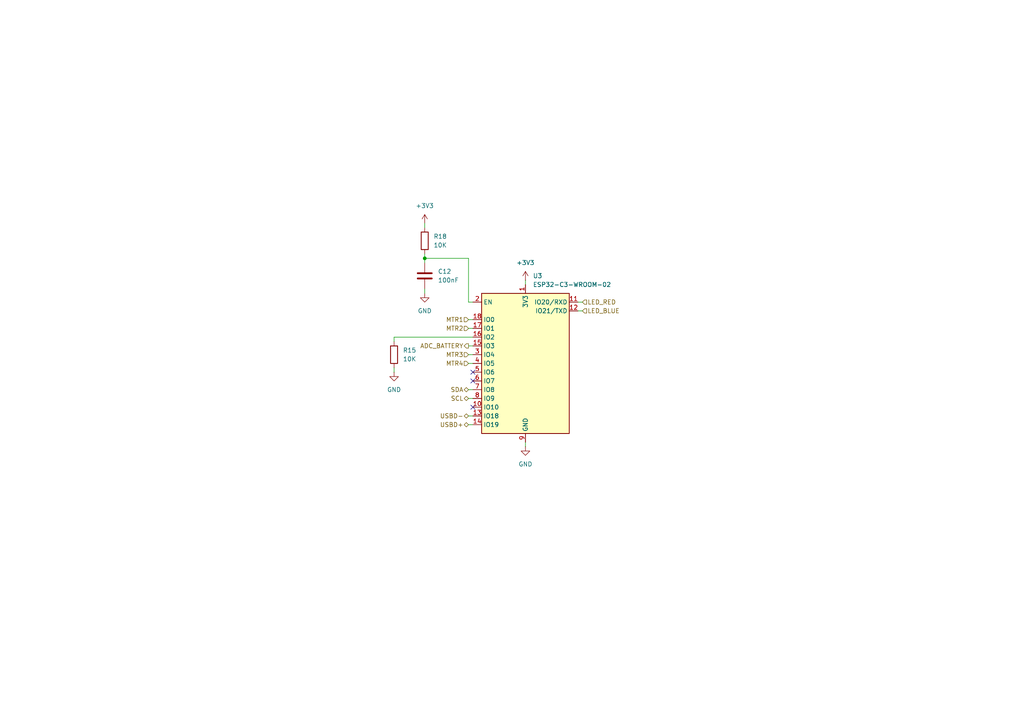
<source format=kicad_sch>
(kicad_sch (version 20250114) (generator "eeschema") (generator_version "9.0")
  (paper "A4")
  (lib_symbols
    (symbol "Device:C" (pin_numbers (hide yes)) (pin_names (offset 0.254))
      (property "Reference" "C" (at 0.635 2.54 0))
      (property "Value" "C" (at 0.635 -2.54 0))
      (symbol "C_0_1"
        (polyline (pts (xy -2.032 0.762) (xy 2.032 0.762)) (stroke (width 0.508)))
        (polyline (pts (xy -2.032 -0.762) (xy 2.032 -0.762)) (stroke (width 0.508)))
      )
      (symbol "C_1_1"
        (pin passive line (at 0 3.81 270) (length 2.794) (name "~") (number "1"))
        (pin passive line (at 0 -3.81 90) (length 2.794) (name "~") (number "2"))
      )
    )
    (symbol "Device:R" (pin_numbers (hide yes)) (pin_names (offset 0))
      (property "Reference" "R" (at 2.032 0 90))
      (property "Value" "R" (at 0 0 90))
      (symbol "R_0_1"
        (rectangle (start -1.016 -2.54) (end 1.016 2.54) (stroke (width 0.254)))
      )
      (symbol "R_1_1"
        (pin passive line (at 0 3.81 270) (length 1.27) (name "~") (number "1"))
        (pin passive line (at 0 -3.81 90) (length 1.27) (name "~") (number "2"))
      )
    )
    (symbol "RF_Module:ESP32-C3-WROOM-02"
      (property "Reference" "U" (at -12.192 21.336 0))
      (property "Value" "ESP32-C3-WROOM-02" (at 12.192 21.336 0))
      (symbol "ESP32-C3-WROOM-02_1_1"
        (rectangle (start -12.7 20.32) (end 12.7 -20.32) (stroke (width 0.254)) (fill (type background)))
        (pin input line (at -15.24 17.78 0) (length 2.54) (name "EN") (number "2"))
        (pin bidirectional line (at -15.24 12.7 0) (length 2.54) (name "IO0") (number "18"))
        (pin bidirectional line (at -15.24 10.16 0) (length 2.54) (name "IO1") (number "17"))
        (pin bidirectional line (at -15.24 7.62 0) (length 2.54) (name "IO2") (number "16"))
        (pin bidirectional line (at -15.24 5.08 0) (length 2.54) (name "IO3") (number "15"))
        (pin bidirectional line (at -15.24 2.54 0) (length 2.54) (name "IO4") (number "3"))
        (pin bidirectional line (at -15.24 0 0) (length 2.54) (name "IO5") (number "4"))
        (pin bidirectional line (at -15.24 -2.54 0) (length 2.54) (name "IO6") (number "5"))
        (pin bidirectional line (at -15.24 -5.08 0) (length 2.54) (name "IO7") (number "6"))
        (pin bidirectional line (at -15.24 -7.62 0) (length 2.54) (name "IO8") (number "7"))
        (pin bidirectional line (at -15.24 -10.16 0) (length 2.54) (name "IO9") (number "8"))
        (pin bidirectional line (at -15.24 -12.7 0) (length 2.54) (name "IO10") (number "10"))
        (pin bidirectional line (at -15.24 -15.24 0) (length 2.54) (name "IO18") (number "13"))
        (pin bidirectional line (at -15.24 -17.78 0) (length 2.54) (name "IO19") (number "14"))
        (pin power_in line (at 0 22.86 270) (length 2.54) (name "3V3") (number "1"))
        (pin passive line (at 0 -22.86 90) (length 2.54) (hide yes) (name "GND") (number "19"))
        (pin power_in line (at 0 -22.86 90) (length 2.54) (name "GND") (number "9"))
        (pin bidirectional line (at 15.24 17.78 180) (length 2.54) (name "IO20/RXD") (number "11"))
        (pin bidirectional line (at 15.24 15.24 180) (length 2.54) (name "IO21/TXD") (number "12"))
      )
    )
    (symbol "power:+3V3" (power) (pin_numbers (hide yes)) (pin_names (offset 0) (hide yes))
      (property "Value" "+3V3" (at 0 3.556 0))
      (symbol "+3V3_0_1"
        (polyline (pts (xy -0.762 1.27) (xy 0 2.54)))
        (polyline (pts (xy 0 2.54) (xy 0.762 1.27)))
        (polyline (pts (xy 0 0) (xy 0 2.54)))
      )
      (symbol "+3V3_1_1"
        (pin power_in line (at 0 0 90) (length 0) (name "~") (number "1"))
      )
    )
    (symbol "power:GND" (power) (pin_numbers (hide yes)) (pin_names (offset 0) (hide yes))
      (property "Value" "GND" (at 0 -3.81 0))
      (symbol "GND_0_1"
        (polyline (pts (xy 0 0) (xy 0 -1.27) (xy 1.27 -1.27) (xy 0 -2.54) (xy -1.27 -1.27) (xy 0 -1.27)))
      )
      (symbol "GND_1_1"
        (pin power_in line (at 0 0 270) (length 0) (name "~") (number "1"))
      )
    )
  )
  (junction (at 123.19 74.93))
  (no_connect (at 137.16 118.11))
  (no_connect (at 137.16 110.49))
  (no_connect (at 137.16 107.95))
  (wire (pts (xy 123.19 74.93) (xy 123.19 76.2)))
  (wire (pts (xy 114.3 106.68) (xy 114.3 107.95)))
  (wire (pts (xy 135.89 87.63) (xy 135.89 74.93)))
  (wire (pts (xy 135.89 74.93) (xy 123.19 74.93)))
  (wire (pts (xy 123.19 74.93) (xy 123.19 73.66)))
  (wire (pts (xy 167.64 90.17) (xy 168.91 90.17)))
  (wire (pts (xy 135.89 92.71) (xy 137.16 92.71)))
  (wire (pts (xy 137.16 97.79) (xy 114.3 97.79)))
  (wire (pts (xy 152.4 81.28) (xy 152.4 82.55)))
  (wire (pts (xy 152.4 128.27) (xy 152.4 129.54)))
  (wire (pts (xy 135.89 120.65) (xy 137.16 120.65)))
  (wire (pts (xy 137.16 87.63) (xy 135.89 87.63)))
  (wire (pts (xy 135.89 115.57) (xy 137.16 115.57)))
  (wire (pts (xy 135.89 113.03) (xy 137.16 113.03)))
  (wire (pts (xy 123.19 66.04) (xy 123.19 64.77)))
  (wire (pts (xy 114.3 97.79) (xy 114.3 99.06)))
  (wire (pts (xy 135.89 105.41) (xy 137.16 105.41)))
  (wire (pts (xy 167.64 87.63) (xy 168.91 87.63)))
  (wire (pts (xy 135.89 123.19) (xy 137.16 123.19)))
  (wire (pts (xy 135.89 100.33) (xy 137.16 100.33)))
  (wire (pts (xy 135.89 102.87) (xy 137.16 102.87)))
  (wire (pts (xy 123.19 83.82) (xy 123.19 85.09)))
  (wire (pts (xy 135.89 95.25) (xy 137.16 95.25)))
  (hierarchical_label "SDA" (shape bidirectional) (at 135.89 113.03 180))
  (hierarchical_label "USBD+" (shape bidirectional) (at 135.89 123.19 180))
  (hierarchical_label "USBD-" (shape bidirectional) (at 135.89 120.65 180))
  (hierarchical_label "ADC_BATTERY" (shape output) (at 135.89 100.33 180))
  (hierarchical_label "MTR4" (shape input) (at 135.89 105.41 180))
  (hierarchical_label "LED_RED" (shape input) (at 168.91 87.63 0))
  (hierarchical_label "MTR3" (shape input) (at 135.89 102.87 180))
  (hierarchical_label "MTR2" (shape input) (at 135.89 95.25 180))
  (hierarchical_label "SCL" (shape bidirectional) (at 135.89 115.57 180))
  (hierarchical_label "MTR1" (shape input) (at 135.89 92.71 180))
  (hierarchical_label "LED_BLUE" (shape input) (at 168.91 90.17 0))
  (symbol (lib_id "power:GND") (at 114.3 107.95 0) (unit 1)
    (property "Reference" "#PWR032" (effects (hide yes)))
    (property "Value" "GND" (at 114.3 113.03 0))
    (property "Description" "Power symbol creates a global label with name \"GND\" , ground" (effects (hide yes)))
  )
  (symbol (lib_id "Device:R") (at 123.19 69.85 180) (unit 1)
    (property "Reference" "R18" (at 125.73 68.5799 0) (effects (justify right)))
    (property "Value" "10K" (at 125.73 71.1199 0) (effects (justify right)))
    (property "Footprint" "Resistor_SMD:R_0603_1608Metric" (effects (hide yes)))
    (property "Description" "Resistor" (effects (hide yes)))
  )
  (symbol (lib_id "Device:R") (at 114.3 102.87 0) (unit 1)
    (property "Reference" "R15" (at 116.84 101.5999 0) (effects (justify left)))
    (property "Value" "10K" (at 116.84 104.1399 0) (effects (justify left)))
    (property "Footprint" "Resistor_SMD:R_0603_1608Metric" (effects (hide yes)))
    (property "Description" "Resistor" (effects (hide yes)))
  )
  (symbol (lib_id "power:GND") (at 152.4 129.54 0) (unit 1)
    (property "Reference" "#PWR030" (effects (hide yes)))
    (property "Value" "GND" (at 152.4 134.62 0))
    (property "Description" "Power symbol creates a global label with name \"GND\" , ground" (effects (hide yes)))
  )
  (symbol (lib_id "power:+3V3") (at 123.19 64.77 0) (unit 1)
    (property "Reference" "#PWR033" (effects (hide yes)))
    (property "Value" "+3V3" (at 123.19 59.69 0))
    (property "Description" "Power symbol creates a global label with name \"+3V3\"" (effects (hide yes)))
  )
  (symbol (lib_id "power:GND") (at 123.19 85.09 0) (unit 1)
    (property "Reference" "#PWR034" (effects (hide yes)))
    (property "Value" "GND" (at 123.19 90.17 0))
    (property "Description" "Power symbol creates a global label with name \"GND\" , ground" (effects (hide yes)))
  )
  (symbol (lib_id "power:+3V3") (at 152.4 81.28 0) (unit 1)
    (property "Reference" "#PWR031" (effects (hide yes)))
    (property "Value" "+3V3" (at 152.4 76.2 0))
    (property "Description" "Power symbol creates a global label with name \"+3V3\"" (effects (hide yes)))
  )
  (symbol (lib_id "Device:C") (at 123.19 80.01 0) (unit 1)
    (property "Reference" "C12" (at 127 78.7399 0) (effects (justify left)))
    (property "Value" "100nF" (at 127 81.2799 0) (effects (justify left)))
    (property "Footprint" "Capacitor_SMD:C_0603_1608Metric" (effects (hide yes)))
    (property "Description" "Unpolarized capacitor" (effects (hide yes)))
  )
  (symbol (lib_id "RF_Module:ESP32-C3-WROOM-02") (at 152.4 105.41 0) (unit 1)
    (property "Reference" "U3" (at 154.5433 80.01 0) (effects (justify left)))
    (property "Value" "ESP32-C3-WROOM-02" (at 154.5433 82.55 0) (effects (justify left)))
    (property "Footprint" "RF_Module:ESP32-C3-WROOM-02" (effects (hide yes)))
    (property "Datasheet" "https://www.espressif.com/sites/default/files/documentation/esp32-c3-wroom-02_datasheet_en.pdf" (effects (hide yes)))
    (property "Description" "802.11 b/g/n Wi­Fi and Bluetooth 5 module, ESP32­C3 SoC, RISC­V microprocessor, On-board antenna" (effects (hide yes)))
  )
)
</source>
